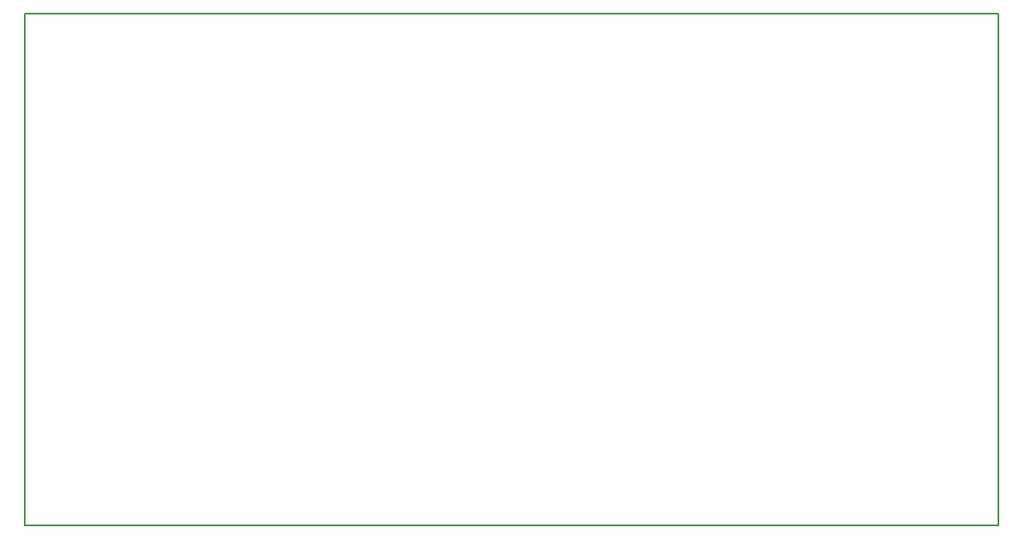
<source format=gm1>
G04 #@! TF.GenerationSoftware,KiCad,Pcbnew,(5.99.0-10988-gd8b1e827c7)*
G04 #@! TF.CreationDate,2021-06-25T10:47:14+02:00*
G04 #@! TF.ProjectId,charge_pcb,63686172-6765-45f7-9063-622e6b696361,rev?*
G04 #@! TF.SameCoordinates,Original*
G04 #@! TF.FileFunction,Profile,NP*
%FSLAX46Y46*%
G04 Gerber Fmt 4.6, Leading zero omitted, Abs format (unit mm)*
G04 Created by KiCad (PCBNEW (5.99.0-10988-gd8b1e827c7)) date 2021-06-25 10:47:14*
%MOMM*%
%LPD*%
G01*
G04 APERTURE LIST*
G04 #@! TA.AperFunction,Profile*
%ADD10C,0.150000*%
G04 #@! TD*
G04 APERTURE END LIST*
D10*
X165100000Y-104140000D02*
X68580000Y-104140000D01*
X165100000Y-154940000D02*
X165100000Y-104140000D01*
X68580000Y-154940000D02*
X165100000Y-154940000D01*
X68580000Y-104140000D02*
X68580000Y-154940000D01*
M02*

</source>
